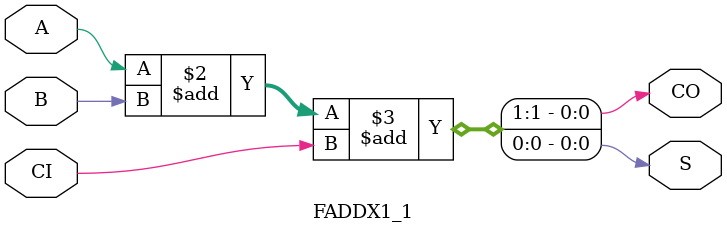
<source format=v>
module FADDX1_1 (A,B,CI,CO,S);
 input A;
 input B;
 input CI;
 output CO;
 output S;
 reg CO,S;
 always @ (A or B or CI)
 begin
 {CO,S} <= A + B + CI;
 end
endmodule
</source>
